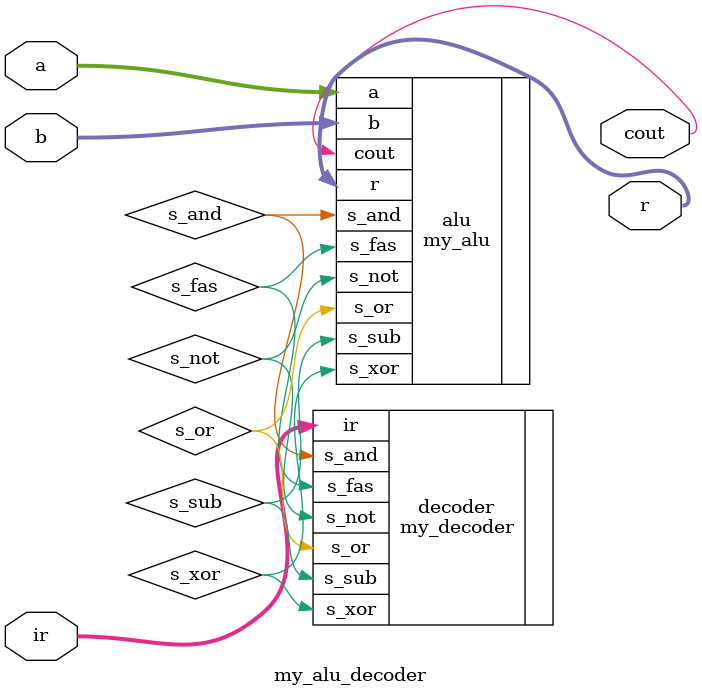
<source format=v>
module my_alu_decoder(ir, a, b, r, cout);
    input [15:0] ir, a, b;
    output [15:0] r;
    output cout;

    wire s_sub, s_fas, s_and, s_or, s_xor, s_not;

    // 命令デコーダのインスタンス化
    my_decoder decoder(.ir(ir), .s_sub(s_sub), .s_fas(s_fas), .s_and(s_and), .s_or(s_or), .s_xor(s_xor), .s_not(s_not));

    // ALUのインスタンス化
    my_alu alu(.a(a), .b(b), .r(r), .cout(cout), 
               .s_sub(s_sub), .s_fas(s_fas), .s_and(s_and), 
               .s_or(s_or), .s_xor(s_xor), .s_not(s_not));
endmodule


</source>
